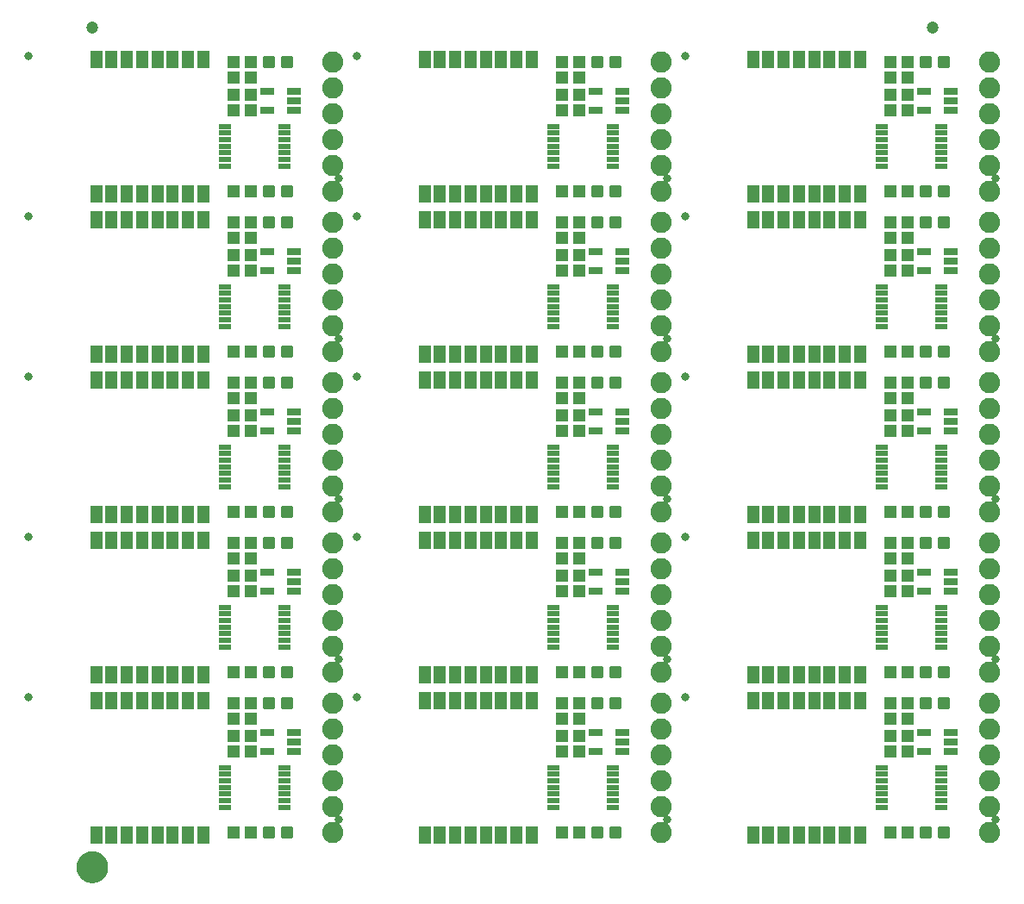
<source format=gts>
G75*
%MOIN*%
%OFA0B0*%
%FSLAX25Y25*%
%IPPOS*%
%LPD*%
%AMOC8*
5,1,8,0,0,1.08239X$1,22.5*
%
%ADD10R,0.05131X0.04737*%
%ADD11C,0.01421*%
%ADD12C,0.08200*%
%ADD13R,0.05524X0.02965*%
%ADD14R,0.04737X0.06706*%
%ADD15R,0.04700X0.02000*%
%ADD16C,0.03300*%
%ADD17C,0.04737*%
%ADD18C,0.05000*%
%ADD19C,0.06706*%
D10*
X0110404Y0033750D03*
X0117096Y0033750D03*
X0117096Y0065250D03*
X0117096Y0071250D03*
X0110404Y0071250D03*
X0110404Y0065250D03*
X0110404Y0077750D03*
X0110404Y0083750D03*
X0117096Y0083750D03*
X0117096Y0077750D03*
X0117096Y0095750D03*
X0110404Y0095750D03*
X0110404Y0127250D03*
X0110404Y0133250D03*
X0117096Y0133250D03*
X0117096Y0127250D03*
X0117096Y0139750D03*
X0117096Y0145750D03*
X0110404Y0145750D03*
X0110404Y0139750D03*
X0110404Y0157750D03*
X0117096Y0157750D03*
X0117096Y0189250D03*
X0110404Y0189250D03*
X0110404Y0195250D03*
X0110404Y0201750D03*
X0117096Y0201750D03*
X0117096Y0195250D03*
X0117096Y0207750D03*
X0110404Y0207750D03*
X0110404Y0219750D03*
X0117096Y0219750D03*
X0117096Y0251250D03*
X0110404Y0251250D03*
X0110404Y0257250D03*
X0117096Y0257250D03*
X0117096Y0263750D03*
X0117096Y0269750D03*
X0110404Y0269750D03*
X0110404Y0263750D03*
X0110404Y0281750D03*
X0117096Y0281750D03*
X0117096Y0313250D03*
X0117096Y0319250D03*
X0110404Y0319250D03*
X0110404Y0313250D03*
X0110404Y0325750D03*
X0110404Y0331750D03*
X0117096Y0331750D03*
X0117096Y0325750D03*
X0237404Y0325750D03*
X0237404Y0331750D03*
X0244096Y0331750D03*
X0244096Y0325750D03*
X0244096Y0319250D03*
X0244096Y0313250D03*
X0237404Y0313250D03*
X0237404Y0319250D03*
X0237404Y0281750D03*
X0244096Y0281750D03*
X0244096Y0269750D03*
X0244096Y0263750D03*
X0237404Y0263750D03*
X0237404Y0269750D03*
X0237404Y0257250D03*
X0244096Y0257250D03*
X0244096Y0251250D03*
X0237404Y0251250D03*
X0237404Y0219750D03*
X0244096Y0219750D03*
X0244096Y0207750D03*
X0237404Y0207750D03*
X0237404Y0201750D03*
X0237404Y0195250D03*
X0244096Y0195250D03*
X0244096Y0201750D03*
X0244096Y0189250D03*
X0237404Y0189250D03*
X0237404Y0157750D03*
X0244096Y0157750D03*
X0244096Y0145750D03*
X0244096Y0139750D03*
X0237404Y0139750D03*
X0237404Y0145750D03*
X0237404Y0133250D03*
X0237404Y0127250D03*
X0244096Y0127250D03*
X0244096Y0133250D03*
X0244096Y0095750D03*
X0237404Y0095750D03*
X0237404Y0083750D03*
X0237404Y0077750D03*
X0244096Y0077750D03*
X0244096Y0083750D03*
X0244096Y0071250D03*
X0244096Y0065250D03*
X0237404Y0065250D03*
X0237404Y0071250D03*
X0237404Y0033750D03*
X0244096Y0033750D03*
X0364404Y0033750D03*
X0371096Y0033750D03*
X0371096Y0065250D03*
X0371096Y0071250D03*
X0364404Y0071250D03*
X0364404Y0065250D03*
X0364404Y0077750D03*
X0364404Y0083750D03*
X0371096Y0083750D03*
X0371096Y0077750D03*
X0371096Y0095750D03*
X0364404Y0095750D03*
X0364404Y0127250D03*
X0364404Y0133250D03*
X0371096Y0133250D03*
X0371096Y0127250D03*
X0371096Y0139750D03*
X0371096Y0145750D03*
X0364404Y0145750D03*
X0364404Y0139750D03*
X0364404Y0157750D03*
X0371096Y0157750D03*
X0371096Y0189250D03*
X0364404Y0189250D03*
X0364404Y0195250D03*
X0364404Y0201750D03*
X0371096Y0201750D03*
X0371096Y0195250D03*
X0371096Y0207750D03*
X0364404Y0207750D03*
X0364404Y0219750D03*
X0371096Y0219750D03*
X0371096Y0251250D03*
X0364404Y0251250D03*
X0364404Y0257250D03*
X0371096Y0257250D03*
X0371096Y0263750D03*
X0371096Y0269750D03*
X0364404Y0269750D03*
X0364404Y0263750D03*
X0364404Y0281750D03*
X0371096Y0281750D03*
X0371096Y0313250D03*
X0371096Y0319250D03*
X0364404Y0319250D03*
X0364404Y0313250D03*
X0364404Y0325750D03*
X0364404Y0331750D03*
X0371096Y0331750D03*
X0371096Y0325750D03*
D11*
X0376639Y0330092D02*
X0376639Y0333408D01*
X0379955Y0333408D01*
X0379955Y0330092D01*
X0376639Y0330092D01*
X0376639Y0331512D02*
X0379955Y0331512D01*
X0379955Y0332932D02*
X0376639Y0332932D01*
X0383545Y0333408D02*
X0383545Y0330092D01*
X0383545Y0333408D02*
X0386861Y0333408D01*
X0386861Y0330092D01*
X0383545Y0330092D01*
X0383545Y0331512D02*
X0386861Y0331512D01*
X0386861Y0332932D02*
X0383545Y0332932D01*
X0383545Y0283408D02*
X0383545Y0280092D01*
X0383545Y0283408D02*
X0386861Y0283408D01*
X0386861Y0280092D01*
X0383545Y0280092D01*
X0383545Y0281512D02*
X0386861Y0281512D01*
X0386861Y0282932D02*
X0383545Y0282932D01*
X0376639Y0283408D02*
X0376639Y0280092D01*
X0376639Y0283408D02*
X0379955Y0283408D01*
X0379955Y0280092D01*
X0376639Y0280092D01*
X0376639Y0281512D02*
X0379955Y0281512D01*
X0379955Y0282932D02*
X0376639Y0282932D01*
X0376639Y0271408D02*
X0376639Y0268092D01*
X0376639Y0271408D02*
X0379955Y0271408D01*
X0379955Y0268092D01*
X0376639Y0268092D01*
X0376639Y0269512D02*
X0379955Y0269512D01*
X0379955Y0270932D02*
X0376639Y0270932D01*
X0383545Y0271408D02*
X0383545Y0268092D01*
X0383545Y0271408D02*
X0386861Y0271408D01*
X0386861Y0268092D01*
X0383545Y0268092D01*
X0383545Y0269512D02*
X0386861Y0269512D01*
X0386861Y0270932D02*
X0383545Y0270932D01*
X0383545Y0221408D02*
X0383545Y0218092D01*
X0383545Y0221408D02*
X0386861Y0221408D01*
X0386861Y0218092D01*
X0383545Y0218092D01*
X0383545Y0219512D02*
X0386861Y0219512D01*
X0386861Y0220932D02*
X0383545Y0220932D01*
X0376639Y0221408D02*
X0376639Y0218092D01*
X0376639Y0221408D02*
X0379955Y0221408D01*
X0379955Y0218092D01*
X0376639Y0218092D01*
X0376639Y0219512D02*
X0379955Y0219512D01*
X0379955Y0220932D02*
X0376639Y0220932D01*
X0376639Y0209408D02*
X0376639Y0206092D01*
X0376639Y0209408D02*
X0379955Y0209408D01*
X0379955Y0206092D01*
X0376639Y0206092D01*
X0376639Y0207512D02*
X0379955Y0207512D01*
X0379955Y0208932D02*
X0376639Y0208932D01*
X0383545Y0209408D02*
X0383545Y0206092D01*
X0383545Y0209408D02*
X0386861Y0209408D01*
X0386861Y0206092D01*
X0383545Y0206092D01*
X0383545Y0207512D02*
X0386861Y0207512D01*
X0386861Y0208932D02*
X0383545Y0208932D01*
X0383545Y0159408D02*
X0383545Y0156092D01*
X0383545Y0159408D02*
X0386861Y0159408D01*
X0386861Y0156092D01*
X0383545Y0156092D01*
X0383545Y0157512D02*
X0386861Y0157512D01*
X0386861Y0158932D02*
X0383545Y0158932D01*
X0376639Y0159408D02*
X0376639Y0156092D01*
X0376639Y0159408D02*
X0379955Y0159408D01*
X0379955Y0156092D01*
X0376639Y0156092D01*
X0376639Y0157512D02*
X0379955Y0157512D01*
X0379955Y0158932D02*
X0376639Y0158932D01*
X0376639Y0147408D02*
X0376639Y0144092D01*
X0376639Y0147408D02*
X0379955Y0147408D01*
X0379955Y0144092D01*
X0376639Y0144092D01*
X0376639Y0145512D02*
X0379955Y0145512D01*
X0379955Y0146932D02*
X0376639Y0146932D01*
X0383545Y0147408D02*
X0383545Y0144092D01*
X0383545Y0147408D02*
X0386861Y0147408D01*
X0386861Y0144092D01*
X0383545Y0144092D01*
X0383545Y0145512D02*
X0386861Y0145512D01*
X0386861Y0146932D02*
X0383545Y0146932D01*
X0383545Y0097408D02*
X0383545Y0094092D01*
X0383545Y0097408D02*
X0386861Y0097408D01*
X0386861Y0094092D01*
X0383545Y0094092D01*
X0383545Y0095512D02*
X0386861Y0095512D01*
X0386861Y0096932D02*
X0383545Y0096932D01*
X0376639Y0097408D02*
X0376639Y0094092D01*
X0376639Y0097408D02*
X0379955Y0097408D01*
X0379955Y0094092D01*
X0376639Y0094092D01*
X0376639Y0095512D02*
X0379955Y0095512D01*
X0379955Y0096932D02*
X0376639Y0096932D01*
X0376639Y0085408D02*
X0376639Y0082092D01*
X0376639Y0085408D02*
X0379955Y0085408D01*
X0379955Y0082092D01*
X0376639Y0082092D01*
X0376639Y0083512D02*
X0379955Y0083512D01*
X0379955Y0084932D02*
X0376639Y0084932D01*
X0383545Y0085408D02*
X0383545Y0082092D01*
X0383545Y0085408D02*
X0386861Y0085408D01*
X0386861Y0082092D01*
X0383545Y0082092D01*
X0383545Y0083512D02*
X0386861Y0083512D01*
X0386861Y0084932D02*
X0383545Y0084932D01*
X0383545Y0035408D02*
X0383545Y0032092D01*
X0383545Y0035408D02*
X0386861Y0035408D01*
X0386861Y0032092D01*
X0383545Y0032092D01*
X0383545Y0033512D02*
X0386861Y0033512D01*
X0386861Y0034932D02*
X0383545Y0034932D01*
X0376639Y0035408D02*
X0376639Y0032092D01*
X0376639Y0035408D02*
X0379955Y0035408D01*
X0379955Y0032092D01*
X0376639Y0032092D01*
X0376639Y0033512D02*
X0379955Y0033512D01*
X0379955Y0034932D02*
X0376639Y0034932D01*
X0256545Y0035408D02*
X0256545Y0032092D01*
X0256545Y0035408D02*
X0259861Y0035408D01*
X0259861Y0032092D01*
X0256545Y0032092D01*
X0256545Y0033512D02*
X0259861Y0033512D01*
X0259861Y0034932D02*
X0256545Y0034932D01*
X0249639Y0035408D02*
X0249639Y0032092D01*
X0249639Y0035408D02*
X0252955Y0035408D01*
X0252955Y0032092D01*
X0249639Y0032092D01*
X0249639Y0033512D02*
X0252955Y0033512D01*
X0252955Y0034932D02*
X0249639Y0034932D01*
X0249639Y0082092D02*
X0249639Y0085408D01*
X0252955Y0085408D01*
X0252955Y0082092D01*
X0249639Y0082092D01*
X0249639Y0083512D02*
X0252955Y0083512D01*
X0252955Y0084932D02*
X0249639Y0084932D01*
X0256545Y0085408D02*
X0256545Y0082092D01*
X0256545Y0085408D02*
X0259861Y0085408D01*
X0259861Y0082092D01*
X0256545Y0082092D01*
X0256545Y0083512D02*
X0259861Y0083512D01*
X0259861Y0084932D02*
X0256545Y0084932D01*
X0256545Y0094092D02*
X0256545Y0097408D01*
X0259861Y0097408D01*
X0259861Y0094092D01*
X0256545Y0094092D01*
X0256545Y0095512D02*
X0259861Y0095512D01*
X0259861Y0096932D02*
X0256545Y0096932D01*
X0249639Y0097408D02*
X0249639Y0094092D01*
X0249639Y0097408D02*
X0252955Y0097408D01*
X0252955Y0094092D01*
X0249639Y0094092D01*
X0249639Y0095512D02*
X0252955Y0095512D01*
X0252955Y0096932D02*
X0249639Y0096932D01*
X0249639Y0144092D02*
X0249639Y0147408D01*
X0252955Y0147408D01*
X0252955Y0144092D01*
X0249639Y0144092D01*
X0249639Y0145512D02*
X0252955Y0145512D01*
X0252955Y0146932D02*
X0249639Y0146932D01*
X0256545Y0147408D02*
X0256545Y0144092D01*
X0256545Y0147408D02*
X0259861Y0147408D01*
X0259861Y0144092D01*
X0256545Y0144092D01*
X0256545Y0145512D02*
X0259861Y0145512D01*
X0259861Y0146932D02*
X0256545Y0146932D01*
X0256545Y0156092D02*
X0256545Y0159408D01*
X0259861Y0159408D01*
X0259861Y0156092D01*
X0256545Y0156092D01*
X0256545Y0157512D02*
X0259861Y0157512D01*
X0259861Y0158932D02*
X0256545Y0158932D01*
X0249639Y0159408D02*
X0249639Y0156092D01*
X0249639Y0159408D02*
X0252955Y0159408D01*
X0252955Y0156092D01*
X0249639Y0156092D01*
X0249639Y0157512D02*
X0252955Y0157512D01*
X0252955Y0158932D02*
X0249639Y0158932D01*
X0249639Y0206092D02*
X0249639Y0209408D01*
X0252955Y0209408D01*
X0252955Y0206092D01*
X0249639Y0206092D01*
X0249639Y0207512D02*
X0252955Y0207512D01*
X0252955Y0208932D02*
X0249639Y0208932D01*
X0256545Y0209408D02*
X0256545Y0206092D01*
X0256545Y0209408D02*
X0259861Y0209408D01*
X0259861Y0206092D01*
X0256545Y0206092D01*
X0256545Y0207512D02*
X0259861Y0207512D01*
X0259861Y0208932D02*
X0256545Y0208932D01*
X0256545Y0218092D02*
X0256545Y0221408D01*
X0259861Y0221408D01*
X0259861Y0218092D01*
X0256545Y0218092D01*
X0256545Y0219512D02*
X0259861Y0219512D01*
X0259861Y0220932D02*
X0256545Y0220932D01*
X0249639Y0221408D02*
X0249639Y0218092D01*
X0249639Y0221408D02*
X0252955Y0221408D01*
X0252955Y0218092D01*
X0249639Y0218092D01*
X0249639Y0219512D02*
X0252955Y0219512D01*
X0252955Y0220932D02*
X0249639Y0220932D01*
X0249639Y0268092D02*
X0249639Y0271408D01*
X0252955Y0271408D01*
X0252955Y0268092D01*
X0249639Y0268092D01*
X0249639Y0269512D02*
X0252955Y0269512D01*
X0252955Y0270932D02*
X0249639Y0270932D01*
X0256545Y0271408D02*
X0256545Y0268092D01*
X0256545Y0271408D02*
X0259861Y0271408D01*
X0259861Y0268092D01*
X0256545Y0268092D01*
X0256545Y0269512D02*
X0259861Y0269512D01*
X0259861Y0270932D02*
X0256545Y0270932D01*
X0256545Y0280092D02*
X0256545Y0283408D01*
X0259861Y0283408D01*
X0259861Y0280092D01*
X0256545Y0280092D01*
X0256545Y0281512D02*
X0259861Y0281512D01*
X0259861Y0282932D02*
X0256545Y0282932D01*
X0249639Y0283408D02*
X0249639Y0280092D01*
X0249639Y0283408D02*
X0252955Y0283408D01*
X0252955Y0280092D01*
X0249639Y0280092D01*
X0249639Y0281512D02*
X0252955Y0281512D01*
X0252955Y0282932D02*
X0249639Y0282932D01*
X0249639Y0330092D02*
X0249639Y0333408D01*
X0252955Y0333408D01*
X0252955Y0330092D01*
X0249639Y0330092D01*
X0249639Y0331512D02*
X0252955Y0331512D01*
X0252955Y0332932D02*
X0249639Y0332932D01*
X0256545Y0333408D02*
X0256545Y0330092D01*
X0256545Y0333408D02*
X0259861Y0333408D01*
X0259861Y0330092D01*
X0256545Y0330092D01*
X0256545Y0331512D02*
X0259861Y0331512D01*
X0259861Y0332932D02*
X0256545Y0332932D01*
X0129545Y0333408D02*
X0129545Y0330092D01*
X0129545Y0333408D02*
X0132861Y0333408D01*
X0132861Y0330092D01*
X0129545Y0330092D01*
X0129545Y0331512D02*
X0132861Y0331512D01*
X0132861Y0332932D02*
X0129545Y0332932D01*
X0122639Y0333408D02*
X0122639Y0330092D01*
X0122639Y0333408D02*
X0125955Y0333408D01*
X0125955Y0330092D01*
X0122639Y0330092D01*
X0122639Y0331512D02*
X0125955Y0331512D01*
X0125955Y0332932D02*
X0122639Y0332932D01*
X0122639Y0283408D02*
X0122639Y0280092D01*
X0122639Y0283408D02*
X0125955Y0283408D01*
X0125955Y0280092D01*
X0122639Y0280092D01*
X0122639Y0281512D02*
X0125955Y0281512D01*
X0125955Y0282932D02*
X0122639Y0282932D01*
X0129545Y0283408D02*
X0129545Y0280092D01*
X0129545Y0283408D02*
X0132861Y0283408D01*
X0132861Y0280092D01*
X0129545Y0280092D01*
X0129545Y0281512D02*
X0132861Y0281512D01*
X0132861Y0282932D02*
X0129545Y0282932D01*
X0129545Y0271408D02*
X0129545Y0268092D01*
X0129545Y0271408D02*
X0132861Y0271408D01*
X0132861Y0268092D01*
X0129545Y0268092D01*
X0129545Y0269512D02*
X0132861Y0269512D01*
X0132861Y0270932D02*
X0129545Y0270932D01*
X0122639Y0271408D02*
X0122639Y0268092D01*
X0122639Y0271408D02*
X0125955Y0271408D01*
X0125955Y0268092D01*
X0122639Y0268092D01*
X0122639Y0269512D02*
X0125955Y0269512D01*
X0125955Y0270932D02*
X0122639Y0270932D01*
X0122639Y0221408D02*
X0122639Y0218092D01*
X0122639Y0221408D02*
X0125955Y0221408D01*
X0125955Y0218092D01*
X0122639Y0218092D01*
X0122639Y0219512D02*
X0125955Y0219512D01*
X0125955Y0220932D02*
X0122639Y0220932D01*
X0129545Y0221408D02*
X0129545Y0218092D01*
X0129545Y0221408D02*
X0132861Y0221408D01*
X0132861Y0218092D01*
X0129545Y0218092D01*
X0129545Y0219512D02*
X0132861Y0219512D01*
X0132861Y0220932D02*
X0129545Y0220932D01*
X0129545Y0209408D02*
X0129545Y0206092D01*
X0129545Y0209408D02*
X0132861Y0209408D01*
X0132861Y0206092D01*
X0129545Y0206092D01*
X0129545Y0207512D02*
X0132861Y0207512D01*
X0132861Y0208932D02*
X0129545Y0208932D01*
X0122639Y0209408D02*
X0122639Y0206092D01*
X0122639Y0209408D02*
X0125955Y0209408D01*
X0125955Y0206092D01*
X0122639Y0206092D01*
X0122639Y0207512D02*
X0125955Y0207512D01*
X0125955Y0208932D02*
X0122639Y0208932D01*
X0122639Y0159408D02*
X0122639Y0156092D01*
X0122639Y0159408D02*
X0125955Y0159408D01*
X0125955Y0156092D01*
X0122639Y0156092D01*
X0122639Y0157512D02*
X0125955Y0157512D01*
X0125955Y0158932D02*
X0122639Y0158932D01*
X0129545Y0159408D02*
X0129545Y0156092D01*
X0129545Y0159408D02*
X0132861Y0159408D01*
X0132861Y0156092D01*
X0129545Y0156092D01*
X0129545Y0157512D02*
X0132861Y0157512D01*
X0132861Y0158932D02*
X0129545Y0158932D01*
X0129545Y0147408D02*
X0129545Y0144092D01*
X0129545Y0147408D02*
X0132861Y0147408D01*
X0132861Y0144092D01*
X0129545Y0144092D01*
X0129545Y0145512D02*
X0132861Y0145512D01*
X0132861Y0146932D02*
X0129545Y0146932D01*
X0122639Y0147408D02*
X0122639Y0144092D01*
X0122639Y0147408D02*
X0125955Y0147408D01*
X0125955Y0144092D01*
X0122639Y0144092D01*
X0122639Y0145512D02*
X0125955Y0145512D01*
X0125955Y0146932D02*
X0122639Y0146932D01*
X0122639Y0097408D02*
X0122639Y0094092D01*
X0122639Y0097408D02*
X0125955Y0097408D01*
X0125955Y0094092D01*
X0122639Y0094092D01*
X0122639Y0095512D02*
X0125955Y0095512D01*
X0125955Y0096932D02*
X0122639Y0096932D01*
X0129545Y0097408D02*
X0129545Y0094092D01*
X0129545Y0097408D02*
X0132861Y0097408D01*
X0132861Y0094092D01*
X0129545Y0094092D01*
X0129545Y0095512D02*
X0132861Y0095512D01*
X0132861Y0096932D02*
X0129545Y0096932D01*
X0129545Y0085408D02*
X0129545Y0082092D01*
X0129545Y0085408D02*
X0132861Y0085408D01*
X0132861Y0082092D01*
X0129545Y0082092D01*
X0129545Y0083512D02*
X0132861Y0083512D01*
X0132861Y0084932D02*
X0129545Y0084932D01*
X0122639Y0085408D02*
X0122639Y0082092D01*
X0122639Y0085408D02*
X0125955Y0085408D01*
X0125955Y0082092D01*
X0122639Y0082092D01*
X0122639Y0083512D02*
X0125955Y0083512D01*
X0125955Y0084932D02*
X0122639Y0084932D01*
X0122639Y0035408D02*
X0122639Y0032092D01*
X0122639Y0035408D02*
X0125955Y0035408D01*
X0125955Y0032092D01*
X0122639Y0032092D01*
X0122639Y0033512D02*
X0125955Y0033512D01*
X0125955Y0034932D02*
X0122639Y0034932D01*
X0129545Y0035408D02*
X0129545Y0032092D01*
X0129545Y0035408D02*
X0132861Y0035408D01*
X0132861Y0032092D01*
X0129545Y0032092D01*
X0129545Y0033512D02*
X0132861Y0033512D01*
X0132861Y0034932D02*
X0129545Y0034932D01*
D12*
X0148750Y0033750D03*
X0148750Y0043750D03*
X0148750Y0053750D03*
X0148750Y0063750D03*
X0148750Y0073750D03*
X0148750Y0083750D03*
X0148750Y0095750D03*
X0148750Y0105750D03*
X0148750Y0115750D03*
X0148750Y0125750D03*
X0148750Y0135750D03*
X0148750Y0145750D03*
X0148750Y0157750D03*
X0148750Y0167750D03*
X0148750Y0177750D03*
X0148750Y0187750D03*
X0148750Y0197750D03*
X0148750Y0207750D03*
X0148750Y0219750D03*
X0148750Y0229750D03*
X0148750Y0239750D03*
X0148750Y0249750D03*
X0148750Y0259750D03*
X0148750Y0269750D03*
X0148750Y0281750D03*
X0148750Y0291750D03*
X0148750Y0301750D03*
X0148750Y0311750D03*
X0148750Y0321750D03*
X0148750Y0331750D03*
X0275750Y0331750D03*
X0275750Y0321750D03*
X0275750Y0311750D03*
X0275750Y0301750D03*
X0275750Y0291750D03*
X0275750Y0281750D03*
X0275750Y0269750D03*
X0275750Y0259750D03*
X0275750Y0249750D03*
X0275750Y0239750D03*
X0275750Y0229750D03*
X0275750Y0219750D03*
X0275750Y0207750D03*
X0275750Y0197750D03*
X0275750Y0187750D03*
X0275750Y0177750D03*
X0275750Y0167750D03*
X0275750Y0157750D03*
X0275750Y0145750D03*
X0275750Y0135750D03*
X0275750Y0125750D03*
X0275750Y0115750D03*
X0275750Y0105750D03*
X0275750Y0095750D03*
X0275750Y0083750D03*
X0275750Y0073750D03*
X0275750Y0063750D03*
X0275750Y0053750D03*
X0275750Y0043750D03*
X0275750Y0033750D03*
X0402750Y0033750D03*
X0402750Y0043750D03*
X0402750Y0053750D03*
X0402750Y0063750D03*
X0402750Y0073750D03*
X0402750Y0083750D03*
X0402750Y0095750D03*
X0402750Y0105750D03*
X0402750Y0115750D03*
X0402750Y0125750D03*
X0402750Y0135750D03*
X0402750Y0145750D03*
X0402750Y0157750D03*
X0402750Y0167750D03*
X0402750Y0177750D03*
X0402750Y0187750D03*
X0402750Y0197750D03*
X0402750Y0207750D03*
X0402750Y0219750D03*
X0402750Y0229750D03*
X0402750Y0239750D03*
X0402750Y0249750D03*
X0402750Y0259750D03*
X0402750Y0269750D03*
X0402750Y0281750D03*
X0402750Y0291750D03*
X0402750Y0301750D03*
X0402750Y0311750D03*
X0402750Y0321750D03*
X0402750Y0331750D03*
D13*
X0387869Y0320490D03*
X0387869Y0316750D03*
X0387869Y0313010D03*
X0377631Y0313010D03*
X0377631Y0320490D03*
X0377631Y0258490D03*
X0377631Y0251010D03*
X0387869Y0251010D03*
X0387869Y0254750D03*
X0387869Y0258490D03*
X0387869Y0196490D03*
X0387869Y0192750D03*
X0387869Y0189010D03*
X0377631Y0189010D03*
X0377631Y0196490D03*
X0377631Y0134490D03*
X0377631Y0127010D03*
X0387869Y0127010D03*
X0387869Y0130750D03*
X0387869Y0134490D03*
X0387869Y0072490D03*
X0387869Y0068750D03*
X0387869Y0065010D03*
X0377631Y0065010D03*
X0377631Y0072490D03*
X0260869Y0072490D03*
X0260869Y0068750D03*
X0260869Y0065010D03*
X0250631Y0065010D03*
X0250631Y0072490D03*
X0250631Y0127010D03*
X0250631Y0134490D03*
X0260869Y0134490D03*
X0260869Y0130750D03*
X0260869Y0127010D03*
X0260869Y0189010D03*
X0260869Y0192750D03*
X0260869Y0196490D03*
X0250631Y0196490D03*
X0250631Y0189010D03*
X0250631Y0251010D03*
X0250631Y0258490D03*
X0260869Y0258490D03*
X0260869Y0254750D03*
X0260869Y0251010D03*
X0260869Y0313010D03*
X0260869Y0316750D03*
X0260869Y0320490D03*
X0250631Y0320490D03*
X0250631Y0313010D03*
X0133869Y0313010D03*
X0133869Y0316750D03*
X0133869Y0320490D03*
X0123631Y0320490D03*
X0123631Y0313010D03*
X0123631Y0258490D03*
X0123631Y0251010D03*
X0133869Y0251010D03*
X0133869Y0254750D03*
X0133869Y0258490D03*
X0133869Y0196490D03*
X0133869Y0192750D03*
X0133869Y0189010D03*
X0123631Y0189010D03*
X0123631Y0196490D03*
X0123631Y0134490D03*
X0123631Y0127010D03*
X0133869Y0127010D03*
X0133869Y0130750D03*
X0133869Y0134490D03*
X0133869Y0072490D03*
X0133869Y0068750D03*
X0133869Y0065010D03*
X0123631Y0065010D03*
X0123631Y0072490D03*
D14*
X0098730Y0084734D03*
X0092825Y0084734D03*
X0086919Y0084734D03*
X0081014Y0084734D03*
X0075108Y0084734D03*
X0069203Y0084734D03*
X0063297Y0084734D03*
X0057392Y0084734D03*
X0057392Y0094766D03*
X0063297Y0094766D03*
X0069203Y0094766D03*
X0075108Y0094766D03*
X0081014Y0094766D03*
X0086919Y0094766D03*
X0092825Y0094766D03*
X0098730Y0094766D03*
X0098730Y0146734D03*
X0092825Y0146734D03*
X0086919Y0146734D03*
X0081014Y0146734D03*
X0075108Y0146734D03*
X0069203Y0146734D03*
X0063297Y0146734D03*
X0057392Y0146734D03*
X0057392Y0156766D03*
X0063297Y0156766D03*
X0069203Y0156766D03*
X0075108Y0156766D03*
X0081014Y0156766D03*
X0086919Y0156766D03*
X0092825Y0156766D03*
X0098730Y0156766D03*
X0098730Y0208734D03*
X0092825Y0208734D03*
X0086919Y0208734D03*
X0081014Y0208734D03*
X0075108Y0208734D03*
X0069203Y0208734D03*
X0063297Y0208734D03*
X0057392Y0208734D03*
X0057392Y0218766D03*
X0063297Y0218766D03*
X0069203Y0218766D03*
X0075108Y0218766D03*
X0081014Y0218766D03*
X0086919Y0218766D03*
X0092825Y0218766D03*
X0098730Y0218766D03*
X0098730Y0270734D03*
X0092825Y0270734D03*
X0086919Y0270734D03*
X0081014Y0270734D03*
X0075108Y0270734D03*
X0069203Y0270734D03*
X0063297Y0270734D03*
X0057392Y0270734D03*
X0057392Y0280766D03*
X0063297Y0280766D03*
X0069203Y0280766D03*
X0075108Y0280766D03*
X0081014Y0280766D03*
X0086919Y0280766D03*
X0092825Y0280766D03*
X0098730Y0280766D03*
X0098730Y0332734D03*
X0092825Y0332734D03*
X0086919Y0332734D03*
X0081014Y0332734D03*
X0075108Y0332734D03*
X0069203Y0332734D03*
X0063297Y0332734D03*
X0057392Y0332734D03*
X0184392Y0332734D03*
X0190297Y0332734D03*
X0196203Y0332734D03*
X0202108Y0332734D03*
X0208014Y0332734D03*
X0213919Y0332734D03*
X0219825Y0332734D03*
X0225730Y0332734D03*
X0225730Y0280766D03*
X0219825Y0280766D03*
X0213919Y0280766D03*
X0208014Y0280766D03*
X0202108Y0280766D03*
X0196203Y0280766D03*
X0190297Y0280766D03*
X0184392Y0280766D03*
X0184392Y0270734D03*
X0190297Y0270734D03*
X0196203Y0270734D03*
X0202108Y0270734D03*
X0208014Y0270734D03*
X0213919Y0270734D03*
X0219825Y0270734D03*
X0225730Y0270734D03*
X0225730Y0218766D03*
X0219825Y0218766D03*
X0213919Y0218766D03*
X0208014Y0218766D03*
X0202108Y0218766D03*
X0196203Y0218766D03*
X0190297Y0218766D03*
X0184392Y0218766D03*
X0184392Y0208734D03*
X0190297Y0208734D03*
X0196203Y0208734D03*
X0202108Y0208734D03*
X0208014Y0208734D03*
X0213919Y0208734D03*
X0219825Y0208734D03*
X0225730Y0208734D03*
X0225730Y0156766D03*
X0219825Y0156766D03*
X0213919Y0156766D03*
X0208014Y0156766D03*
X0202108Y0156766D03*
X0196203Y0156766D03*
X0190297Y0156766D03*
X0184392Y0156766D03*
X0184392Y0146734D03*
X0190297Y0146734D03*
X0196203Y0146734D03*
X0202108Y0146734D03*
X0208014Y0146734D03*
X0213919Y0146734D03*
X0219825Y0146734D03*
X0225730Y0146734D03*
X0225730Y0094766D03*
X0219825Y0094766D03*
X0213919Y0094766D03*
X0208014Y0094766D03*
X0202108Y0094766D03*
X0196203Y0094766D03*
X0190297Y0094766D03*
X0184392Y0094766D03*
X0184392Y0084734D03*
X0190297Y0084734D03*
X0196203Y0084734D03*
X0202108Y0084734D03*
X0208014Y0084734D03*
X0213919Y0084734D03*
X0219825Y0084734D03*
X0225730Y0084734D03*
X0225730Y0032766D03*
X0219825Y0032766D03*
X0213919Y0032766D03*
X0208014Y0032766D03*
X0202108Y0032766D03*
X0196203Y0032766D03*
X0190297Y0032766D03*
X0184392Y0032766D03*
X0098730Y0032766D03*
X0092825Y0032766D03*
X0086919Y0032766D03*
X0081014Y0032766D03*
X0075108Y0032766D03*
X0069203Y0032766D03*
X0063297Y0032766D03*
X0057392Y0032766D03*
X0311392Y0032766D03*
X0317297Y0032766D03*
X0323203Y0032766D03*
X0329108Y0032766D03*
X0335014Y0032766D03*
X0340919Y0032766D03*
X0346825Y0032766D03*
X0352730Y0032766D03*
X0352730Y0084734D03*
X0346825Y0084734D03*
X0340919Y0084734D03*
X0335014Y0084734D03*
X0329108Y0084734D03*
X0323203Y0084734D03*
X0317297Y0084734D03*
X0311392Y0084734D03*
X0311392Y0094766D03*
X0317297Y0094766D03*
X0323203Y0094766D03*
X0329108Y0094766D03*
X0335014Y0094766D03*
X0340919Y0094766D03*
X0346825Y0094766D03*
X0352730Y0094766D03*
X0352730Y0146734D03*
X0346825Y0146734D03*
X0340919Y0146734D03*
X0335014Y0146734D03*
X0329108Y0146734D03*
X0323203Y0146734D03*
X0317297Y0146734D03*
X0311392Y0146734D03*
X0311392Y0156766D03*
X0317297Y0156766D03*
X0323203Y0156766D03*
X0329108Y0156766D03*
X0335014Y0156766D03*
X0340919Y0156766D03*
X0346825Y0156766D03*
X0352730Y0156766D03*
X0352730Y0208734D03*
X0346825Y0208734D03*
X0340919Y0208734D03*
X0335014Y0208734D03*
X0329108Y0208734D03*
X0323203Y0208734D03*
X0317297Y0208734D03*
X0311392Y0208734D03*
X0311392Y0218766D03*
X0317297Y0218766D03*
X0323203Y0218766D03*
X0329108Y0218766D03*
X0335014Y0218766D03*
X0340919Y0218766D03*
X0346825Y0218766D03*
X0352730Y0218766D03*
X0352730Y0270734D03*
X0346825Y0270734D03*
X0340919Y0270734D03*
X0335014Y0270734D03*
X0329108Y0270734D03*
X0323203Y0270734D03*
X0317297Y0270734D03*
X0311392Y0270734D03*
X0311392Y0280766D03*
X0317297Y0280766D03*
X0323203Y0280766D03*
X0329108Y0280766D03*
X0335014Y0280766D03*
X0340919Y0280766D03*
X0346825Y0280766D03*
X0352730Y0280766D03*
X0352730Y0332734D03*
X0346825Y0332734D03*
X0340919Y0332734D03*
X0335014Y0332734D03*
X0329108Y0332734D03*
X0323203Y0332734D03*
X0317297Y0332734D03*
X0311392Y0332734D03*
D15*
X0361263Y0306927D03*
X0361263Y0304368D03*
X0361263Y0301809D03*
X0361263Y0299250D03*
X0361263Y0296691D03*
X0361263Y0294132D03*
X0361263Y0291573D03*
X0384237Y0291573D03*
X0384237Y0294132D03*
X0384237Y0296691D03*
X0384237Y0299250D03*
X0384237Y0301809D03*
X0384237Y0304368D03*
X0384237Y0306927D03*
X0384237Y0244927D03*
X0384237Y0242368D03*
X0384237Y0239809D03*
X0384237Y0237250D03*
X0384237Y0234691D03*
X0384237Y0232132D03*
X0384237Y0229573D03*
X0361263Y0229573D03*
X0361263Y0232132D03*
X0361263Y0234691D03*
X0361263Y0237250D03*
X0361263Y0239809D03*
X0361263Y0242368D03*
X0361263Y0244927D03*
X0361263Y0182927D03*
X0361263Y0180368D03*
X0361263Y0177809D03*
X0361263Y0175250D03*
X0361263Y0172691D03*
X0361263Y0170132D03*
X0361263Y0167573D03*
X0384237Y0167573D03*
X0384237Y0170132D03*
X0384237Y0172691D03*
X0384237Y0175250D03*
X0384237Y0177809D03*
X0384237Y0180368D03*
X0384237Y0182927D03*
X0384237Y0120927D03*
X0384237Y0118368D03*
X0384237Y0115809D03*
X0384237Y0113250D03*
X0384237Y0110691D03*
X0384237Y0108132D03*
X0384237Y0105573D03*
X0361263Y0105573D03*
X0361263Y0108132D03*
X0361263Y0110691D03*
X0361263Y0113250D03*
X0361263Y0115809D03*
X0361263Y0118368D03*
X0361263Y0120927D03*
X0361263Y0058927D03*
X0361263Y0056368D03*
X0361263Y0053809D03*
X0361263Y0051250D03*
X0361263Y0048691D03*
X0361263Y0046132D03*
X0361263Y0043573D03*
X0384237Y0043573D03*
X0384237Y0046132D03*
X0384237Y0048691D03*
X0384237Y0051250D03*
X0384237Y0053809D03*
X0384237Y0056368D03*
X0384237Y0058927D03*
X0257237Y0058927D03*
X0257237Y0056368D03*
X0257237Y0053809D03*
X0257237Y0051250D03*
X0257237Y0048691D03*
X0257237Y0046132D03*
X0257237Y0043573D03*
X0234263Y0043573D03*
X0234263Y0046132D03*
X0234263Y0048691D03*
X0234263Y0051250D03*
X0234263Y0053809D03*
X0234263Y0056368D03*
X0234263Y0058927D03*
X0234263Y0105573D03*
X0234263Y0108132D03*
X0234263Y0110691D03*
X0234263Y0113250D03*
X0234263Y0115809D03*
X0234263Y0118368D03*
X0234263Y0120927D03*
X0257237Y0120927D03*
X0257237Y0118368D03*
X0257237Y0115809D03*
X0257237Y0113250D03*
X0257237Y0110691D03*
X0257237Y0108132D03*
X0257237Y0105573D03*
X0257237Y0167573D03*
X0257237Y0170132D03*
X0257237Y0172691D03*
X0257237Y0175250D03*
X0257237Y0177809D03*
X0257237Y0180368D03*
X0257237Y0182927D03*
X0234263Y0182927D03*
X0234263Y0180368D03*
X0234263Y0177809D03*
X0234263Y0175250D03*
X0234263Y0172691D03*
X0234263Y0170132D03*
X0234263Y0167573D03*
X0234263Y0229573D03*
X0234263Y0232132D03*
X0234263Y0234691D03*
X0234263Y0237250D03*
X0234263Y0239809D03*
X0234263Y0242368D03*
X0234263Y0244927D03*
X0257237Y0244927D03*
X0257237Y0242368D03*
X0257237Y0239809D03*
X0257237Y0237250D03*
X0257237Y0234691D03*
X0257237Y0232132D03*
X0257237Y0229573D03*
X0257237Y0291573D03*
X0257237Y0294132D03*
X0257237Y0296691D03*
X0257237Y0299250D03*
X0257237Y0301809D03*
X0257237Y0304368D03*
X0257237Y0306927D03*
X0234263Y0306927D03*
X0234263Y0304368D03*
X0234263Y0301809D03*
X0234263Y0299250D03*
X0234263Y0296691D03*
X0234263Y0294132D03*
X0234263Y0291573D03*
X0130237Y0291573D03*
X0130237Y0294132D03*
X0130237Y0296691D03*
X0130237Y0299250D03*
X0130237Y0301809D03*
X0130237Y0304368D03*
X0130237Y0306927D03*
X0107263Y0306927D03*
X0107263Y0304368D03*
X0107263Y0301809D03*
X0107263Y0299250D03*
X0107263Y0296691D03*
X0107263Y0294132D03*
X0107263Y0291573D03*
X0107263Y0244927D03*
X0107263Y0242368D03*
X0107263Y0239809D03*
X0107263Y0237250D03*
X0107263Y0234691D03*
X0107263Y0232132D03*
X0107263Y0229573D03*
X0130237Y0229573D03*
X0130237Y0232132D03*
X0130237Y0234691D03*
X0130237Y0237250D03*
X0130237Y0239809D03*
X0130237Y0242368D03*
X0130237Y0244927D03*
X0130237Y0182927D03*
X0130237Y0180368D03*
X0130237Y0177809D03*
X0130237Y0175250D03*
X0130237Y0172691D03*
X0130237Y0170132D03*
X0130237Y0167573D03*
X0107263Y0167573D03*
X0107263Y0170132D03*
X0107263Y0172691D03*
X0107263Y0175250D03*
X0107263Y0177809D03*
X0107263Y0180368D03*
X0107263Y0182927D03*
X0107263Y0120927D03*
X0107263Y0118368D03*
X0107263Y0115809D03*
X0107263Y0113250D03*
X0107263Y0110691D03*
X0107263Y0108132D03*
X0107263Y0105573D03*
X0130237Y0105573D03*
X0130237Y0108132D03*
X0130237Y0110691D03*
X0130237Y0113250D03*
X0130237Y0115809D03*
X0130237Y0118368D03*
X0130237Y0120927D03*
X0130237Y0058927D03*
X0130237Y0056368D03*
X0130237Y0053809D03*
X0130237Y0051250D03*
X0130237Y0048691D03*
X0130237Y0046132D03*
X0130237Y0043573D03*
X0107263Y0043573D03*
X0107263Y0046132D03*
X0107263Y0048691D03*
X0107263Y0051250D03*
X0107263Y0053809D03*
X0107263Y0056368D03*
X0107263Y0058927D03*
D16*
X0151250Y0038750D03*
X0158250Y0086250D03*
X0151250Y0100750D03*
X0158250Y0148250D03*
X0151250Y0162750D03*
X0158250Y0210250D03*
X0151250Y0224750D03*
X0158250Y0272250D03*
X0151250Y0286750D03*
X0158250Y0334250D03*
X0031250Y0334250D03*
X0031250Y0272250D03*
X0031250Y0210250D03*
X0031250Y0148250D03*
X0031250Y0086250D03*
X0278250Y0100750D03*
X0285250Y0086250D03*
X0278250Y0038750D03*
X0405250Y0038750D03*
X0405250Y0100750D03*
X0405250Y0162750D03*
X0405250Y0224750D03*
X0405250Y0286750D03*
X0285250Y0272250D03*
X0278250Y0286750D03*
X0285250Y0334250D03*
X0278250Y0224750D03*
X0285250Y0210250D03*
X0278250Y0162750D03*
X0285250Y0148250D03*
D17*
X0380750Y0345000D03*
X0055750Y0345000D03*
D18*
X0052185Y0020500D02*
X0052187Y0020619D01*
X0052193Y0020738D01*
X0052203Y0020857D01*
X0052217Y0020975D01*
X0052235Y0021093D01*
X0052256Y0021210D01*
X0052282Y0021326D01*
X0052312Y0021442D01*
X0052345Y0021556D01*
X0052382Y0021669D01*
X0052423Y0021781D01*
X0052468Y0021892D01*
X0052516Y0022001D01*
X0052568Y0022108D01*
X0052624Y0022213D01*
X0052683Y0022317D01*
X0052745Y0022418D01*
X0052811Y0022518D01*
X0052880Y0022615D01*
X0052952Y0022709D01*
X0053028Y0022802D01*
X0053106Y0022891D01*
X0053187Y0022978D01*
X0053272Y0023063D01*
X0053359Y0023144D01*
X0053448Y0023222D01*
X0053541Y0023298D01*
X0053635Y0023370D01*
X0053732Y0023439D01*
X0053832Y0023505D01*
X0053933Y0023567D01*
X0054037Y0023626D01*
X0054142Y0023682D01*
X0054249Y0023734D01*
X0054358Y0023782D01*
X0054469Y0023827D01*
X0054581Y0023868D01*
X0054694Y0023905D01*
X0054808Y0023938D01*
X0054924Y0023968D01*
X0055040Y0023994D01*
X0055157Y0024015D01*
X0055275Y0024033D01*
X0055393Y0024047D01*
X0055512Y0024057D01*
X0055631Y0024063D01*
X0055750Y0024065D01*
X0055869Y0024063D01*
X0055988Y0024057D01*
X0056107Y0024047D01*
X0056225Y0024033D01*
X0056343Y0024015D01*
X0056460Y0023994D01*
X0056576Y0023968D01*
X0056692Y0023938D01*
X0056806Y0023905D01*
X0056919Y0023868D01*
X0057031Y0023827D01*
X0057142Y0023782D01*
X0057251Y0023734D01*
X0057358Y0023682D01*
X0057463Y0023626D01*
X0057567Y0023567D01*
X0057668Y0023505D01*
X0057768Y0023439D01*
X0057865Y0023370D01*
X0057959Y0023298D01*
X0058052Y0023222D01*
X0058141Y0023144D01*
X0058228Y0023063D01*
X0058313Y0022978D01*
X0058394Y0022891D01*
X0058472Y0022802D01*
X0058548Y0022709D01*
X0058620Y0022615D01*
X0058689Y0022518D01*
X0058755Y0022418D01*
X0058817Y0022317D01*
X0058876Y0022213D01*
X0058932Y0022108D01*
X0058984Y0022001D01*
X0059032Y0021892D01*
X0059077Y0021781D01*
X0059118Y0021669D01*
X0059155Y0021556D01*
X0059188Y0021442D01*
X0059218Y0021326D01*
X0059244Y0021210D01*
X0059265Y0021093D01*
X0059283Y0020975D01*
X0059297Y0020857D01*
X0059307Y0020738D01*
X0059313Y0020619D01*
X0059315Y0020500D01*
X0059313Y0020381D01*
X0059307Y0020262D01*
X0059297Y0020143D01*
X0059283Y0020025D01*
X0059265Y0019907D01*
X0059244Y0019790D01*
X0059218Y0019674D01*
X0059188Y0019558D01*
X0059155Y0019444D01*
X0059118Y0019331D01*
X0059077Y0019219D01*
X0059032Y0019108D01*
X0058984Y0018999D01*
X0058932Y0018892D01*
X0058876Y0018787D01*
X0058817Y0018683D01*
X0058755Y0018582D01*
X0058689Y0018482D01*
X0058620Y0018385D01*
X0058548Y0018291D01*
X0058472Y0018198D01*
X0058394Y0018109D01*
X0058313Y0018022D01*
X0058228Y0017937D01*
X0058141Y0017856D01*
X0058052Y0017778D01*
X0057959Y0017702D01*
X0057865Y0017630D01*
X0057768Y0017561D01*
X0057668Y0017495D01*
X0057567Y0017433D01*
X0057463Y0017374D01*
X0057358Y0017318D01*
X0057251Y0017266D01*
X0057142Y0017218D01*
X0057031Y0017173D01*
X0056919Y0017132D01*
X0056806Y0017095D01*
X0056692Y0017062D01*
X0056576Y0017032D01*
X0056460Y0017006D01*
X0056343Y0016985D01*
X0056225Y0016967D01*
X0056107Y0016953D01*
X0055988Y0016943D01*
X0055869Y0016937D01*
X0055750Y0016935D01*
X0055631Y0016937D01*
X0055512Y0016943D01*
X0055393Y0016953D01*
X0055275Y0016967D01*
X0055157Y0016985D01*
X0055040Y0017006D01*
X0054924Y0017032D01*
X0054808Y0017062D01*
X0054694Y0017095D01*
X0054581Y0017132D01*
X0054469Y0017173D01*
X0054358Y0017218D01*
X0054249Y0017266D01*
X0054142Y0017318D01*
X0054037Y0017374D01*
X0053933Y0017433D01*
X0053832Y0017495D01*
X0053732Y0017561D01*
X0053635Y0017630D01*
X0053541Y0017702D01*
X0053448Y0017778D01*
X0053359Y0017856D01*
X0053272Y0017937D01*
X0053187Y0018022D01*
X0053106Y0018109D01*
X0053028Y0018198D01*
X0052952Y0018291D01*
X0052880Y0018385D01*
X0052811Y0018482D01*
X0052745Y0018582D01*
X0052683Y0018683D01*
X0052624Y0018787D01*
X0052568Y0018892D01*
X0052516Y0018999D01*
X0052468Y0019108D01*
X0052423Y0019219D01*
X0052382Y0019331D01*
X0052345Y0019444D01*
X0052312Y0019558D01*
X0052282Y0019674D01*
X0052256Y0019790D01*
X0052235Y0019907D01*
X0052217Y0020025D01*
X0052203Y0020143D01*
X0052193Y0020262D01*
X0052187Y0020381D01*
X0052185Y0020500D01*
D19*
X0055750Y0020500D03*
M02*

</source>
